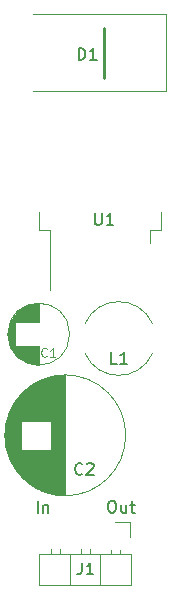
<source format=gbr>
%TF.GenerationSoftware,KiCad,Pcbnew,(5.1.9)-1*%
%TF.CreationDate,2021-02-17T20:09:15+00:00*%
%TF.ProjectId,TMBuck,544d4275-636b-42e6-9b69-6361645f7063,rev?*%
%TF.SameCoordinates,Original*%
%TF.FileFunction,Legend,Top*%
%TF.FilePolarity,Positive*%
%FSLAX46Y46*%
G04 Gerber Fmt 4.6, Leading zero omitted, Abs format (unit mm)*
G04 Created by KiCad (PCBNEW (5.1.9)-1) date 2021-02-17 20:09:15*
%MOMM*%
%LPD*%
G01*
G04 APERTURE LIST*
%ADD10C,0.250000*%
%ADD11C,0.150000*%
%ADD12C,0.120000*%
%ADD13C,0.100000*%
G04 APERTURE END LIST*
D10*
X119890000Y-65820000D02*
X119890000Y-61510000D01*
D11*
X120509762Y-101582380D02*
X120700238Y-101582380D01*
X120795476Y-101630000D01*
X120890715Y-101725238D01*
X120938334Y-101915714D01*
X120938334Y-102249047D01*
X120890715Y-102439523D01*
X120795476Y-102534761D01*
X120700238Y-102582380D01*
X120509762Y-102582380D01*
X120414524Y-102534761D01*
X120319286Y-102439523D01*
X120271667Y-102249047D01*
X120271667Y-101915714D01*
X120319286Y-101725238D01*
X120414524Y-101630000D01*
X120509762Y-101582380D01*
X121795476Y-101915714D02*
X121795476Y-102582380D01*
X121366905Y-101915714D02*
X121366905Y-102439523D01*
X121414524Y-102534761D01*
X121509762Y-102582380D01*
X121652619Y-102582380D01*
X121747857Y-102534761D01*
X121795476Y-102487142D01*
X122128810Y-101915714D02*
X122509762Y-101915714D01*
X122271667Y-101582380D02*
X122271667Y-102439523D01*
X122319286Y-102534761D01*
X122414524Y-102582380D01*
X122509762Y-102582380D01*
X114293094Y-102582380D02*
X114293094Y-101582380D01*
X114769284Y-101915714D02*
X114769284Y-102582380D01*
X114769284Y-102010952D02*
X114816903Y-101963333D01*
X114912141Y-101915714D01*
X115054998Y-101915714D01*
X115150236Y-101963333D01*
X115197855Y-102058571D01*
X115197855Y-102582380D01*
D12*
%TO.C,C1*%
X117010000Y-87470000D02*
G75*
G03*
X117010000Y-87470000I-2620000J0D01*
G01*
X114390000Y-86430000D02*
X114390000Y-84890000D01*
X114390000Y-90050000D02*
X114390000Y-88510000D01*
X114350000Y-86430000D02*
X114350000Y-84890000D01*
X114350000Y-90050000D02*
X114350000Y-88510000D01*
X114310000Y-90049000D02*
X114310000Y-88510000D01*
X114310000Y-86430000D02*
X114310000Y-84891000D01*
X114270000Y-90048000D02*
X114270000Y-88510000D01*
X114270000Y-86430000D02*
X114270000Y-84892000D01*
X114230000Y-90046000D02*
X114230000Y-88510000D01*
X114230000Y-86430000D02*
X114230000Y-84894000D01*
X114190000Y-90043000D02*
X114190000Y-88510000D01*
X114190000Y-86430000D02*
X114190000Y-84897000D01*
X114150000Y-90039000D02*
X114150000Y-88510000D01*
X114150000Y-86430000D02*
X114150000Y-84901000D01*
X114110000Y-90035000D02*
X114110000Y-88510000D01*
X114110000Y-86430000D02*
X114110000Y-84905000D01*
X114070000Y-90031000D02*
X114070000Y-88510000D01*
X114070000Y-86430000D02*
X114070000Y-84909000D01*
X114030000Y-90026000D02*
X114030000Y-88510000D01*
X114030000Y-86430000D02*
X114030000Y-84914000D01*
X113990000Y-90020000D02*
X113990000Y-88510000D01*
X113990000Y-86430000D02*
X113990000Y-84920000D01*
X113950000Y-90013000D02*
X113950000Y-88510000D01*
X113950000Y-86430000D02*
X113950000Y-84927000D01*
X113910000Y-90006000D02*
X113910000Y-88510000D01*
X113910000Y-86430000D02*
X113910000Y-84934000D01*
X113870000Y-89998000D02*
X113870000Y-88510000D01*
X113870000Y-86430000D02*
X113870000Y-84942000D01*
X113830000Y-89990000D02*
X113830000Y-88510000D01*
X113830000Y-86430000D02*
X113830000Y-84950000D01*
X113790000Y-89981000D02*
X113790000Y-88510000D01*
X113790000Y-86430000D02*
X113790000Y-84959000D01*
X113750000Y-89971000D02*
X113750000Y-88510000D01*
X113750000Y-86430000D02*
X113750000Y-84969000D01*
X113710000Y-89961000D02*
X113710000Y-88510000D01*
X113710000Y-86430000D02*
X113710000Y-84979000D01*
X113669000Y-89950000D02*
X113669000Y-88510000D01*
X113669000Y-86430000D02*
X113669000Y-84990000D01*
X113629000Y-89938000D02*
X113629000Y-88510000D01*
X113629000Y-86430000D02*
X113629000Y-85002000D01*
X113589000Y-89925000D02*
X113589000Y-88510000D01*
X113589000Y-86430000D02*
X113589000Y-85015000D01*
X113549000Y-89912000D02*
X113549000Y-88510000D01*
X113549000Y-86430000D02*
X113549000Y-85028000D01*
X113509000Y-89898000D02*
X113509000Y-88510000D01*
X113509000Y-86430000D02*
X113509000Y-85042000D01*
X113469000Y-89884000D02*
X113469000Y-88510000D01*
X113469000Y-86430000D02*
X113469000Y-85056000D01*
X113429000Y-89868000D02*
X113429000Y-88510000D01*
X113429000Y-86430000D02*
X113429000Y-85072000D01*
X113389000Y-89852000D02*
X113389000Y-88510000D01*
X113389000Y-86430000D02*
X113389000Y-85088000D01*
X113349000Y-89835000D02*
X113349000Y-88510000D01*
X113349000Y-86430000D02*
X113349000Y-85105000D01*
X113309000Y-89818000D02*
X113309000Y-88510000D01*
X113309000Y-86430000D02*
X113309000Y-85122000D01*
X113269000Y-89799000D02*
X113269000Y-88510000D01*
X113269000Y-86430000D02*
X113269000Y-85141000D01*
X113229000Y-89780000D02*
X113229000Y-88510000D01*
X113229000Y-86430000D02*
X113229000Y-85160000D01*
X113189000Y-89760000D02*
X113189000Y-88510000D01*
X113189000Y-86430000D02*
X113189000Y-85180000D01*
X113149000Y-89738000D02*
X113149000Y-88510000D01*
X113149000Y-86430000D02*
X113149000Y-85202000D01*
X113109000Y-89717000D02*
X113109000Y-88510000D01*
X113109000Y-86430000D02*
X113109000Y-85223000D01*
X113069000Y-89694000D02*
X113069000Y-88510000D01*
X113069000Y-86430000D02*
X113069000Y-85246000D01*
X113029000Y-89670000D02*
X113029000Y-88510000D01*
X113029000Y-86430000D02*
X113029000Y-85270000D01*
X112989000Y-89645000D02*
X112989000Y-88510000D01*
X112989000Y-86430000D02*
X112989000Y-85295000D01*
X112949000Y-89619000D02*
X112949000Y-88510000D01*
X112949000Y-86430000D02*
X112949000Y-85321000D01*
X112909000Y-89592000D02*
X112909000Y-88510000D01*
X112909000Y-86430000D02*
X112909000Y-85348000D01*
X112869000Y-89565000D02*
X112869000Y-88510000D01*
X112869000Y-86430000D02*
X112869000Y-85375000D01*
X112829000Y-89535000D02*
X112829000Y-88510000D01*
X112829000Y-86430000D02*
X112829000Y-85405000D01*
X112789000Y-89505000D02*
X112789000Y-88510000D01*
X112789000Y-86430000D02*
X112789000Y-85435000D01*
X112749000Y-89474000D02*
X112749000Y-88510000D01*
X112749000Y-86430000D02*
X112749000Y-85466000D01*
X112709000Y-89441000D02*
X112709000Y-88510000D01*
X112709000Y-86430000D02*
X112709000Y-85499000D01*
X112669000Y-89407000D02*
X112669000Y-88510000D01*
X112669000Y-86430000D02*
X112669000Y-85533000D01*
X112629000Y-89371000D02*
X112629000Y-88510000D01*
X112629000Y-86430000D02*
X112629000Y-85569000D01*
X112589000Y-89334000D02*
X112589000Y-88510000D01*
X112589000Y-86430000D02*
X112589000Y-85606000D01*
X112549000Y-89296000D02*
X112549000Y-88510000D01*
X112549000Y-86430000D02*
X112549000Y-85644000D01*
X112509000Y-89255000D02*
X112509000Y-88510000D01*
X112509000Y-86430000D02*
X112509000Y-85685000D01*
X112469000Y-89213000D02*
X112469000Y-88510000D01*
X112469000Y-86430000D02*
X112469000Y-85727000D01*
X112429000Y-89169000D02*
X112429000Y-88510000D01*
X112429000Y-86430000D02*
X112429000Y-85771000D01*
X112389000Y-89123000D02*
X112389000Y-88510000D01*
X112389000Y-86430000D02*
X112389000Y-85817000D01*
X112349000Y-89075000D02*
X112349000Y-85865000D01*
X112309000Y-89024000D02*
X112309000Y-85916000D01*
X112269000Y-88970000D02*
X112269000Y-85970000D01*
X112229000Y-88913000D02*
X112229000Y-86027000D01*
X112189000Y-88853000D02*
X112189000Y-86087000D01*
X112149000Y-88789000D02*
X112149000Y-86151000D01*
X112109000Y-88721000D02*
X112109000Y-86219000D01*
X112069000Y-88648000D02*
X112069000Y-86292000D01*
X112029000Y-88568000D02*
X112029000Y-86372000D01*
X111989000Y-88481000D02*
X111989000Y-86459000D01*
X111949000Y-88385000D02*
X111949000Y-86555000D01*
X111909000Y-88275000D02*
X111909000Y-86665000D01*
X111869000Y-88147000D02*
X111869000Y-86793000D01*
X111829000Y-87988000D02*
X111829000Y-86952000D01*
X111789000Y-87754000D02*
X111789000Y-87186000D01*
%TO.C,C2*%
X121760000Y-96040000D02*
G75*
G03*
X121760000Y-96040000I-5120000J0D01*
G01*
X116640000Y-101120000D02*
X116640000Y-90960000D01*
X116600000Y-101120000D02*
X116600000Y-90960000D01*
X116560000Y-101120000D02*
X116560000Y-90960000D01*
X116520000Y-101119000D02*
X116520000Y-90961000D01*
X116480000Y-101118000D02*
X116480000Y-90962000D01*
X116440000Y-101117000D02*
X116440000Y-90963000D01*
X116400000Y-101115000D02*
X116400000Y-90965000D01*
X116360000Y-101113000D02*
X116360000Y-90967000D01*
X116320000Y-101110000D02*
X116320000Y-90970000D01*
X116280000Y-101108000D02*
X116280000Y-90972000D01*
X116240000Y-101105000D02*
X116240000Y-90975000D01*
X116200000Y-101102000D02*
X116200000Y-90978000D01*
X116160000Y-101098000D02*
X116160000Y-90982000D01*
X116120000Y-101094000D02*
X116120000Y-90986000D01*
X116080000Y-101090000D02*
X116080000Y-90990000D01*
X116040000Y-101085000D02*
X116040000Y-90995000D01*
X116000000Y-101080000D02*
X116000000Y-91000000D01*
X115960000Y-101075000D02*
X115960000Y-91005000D01*
X115919000Y-101070000D02*
X115919000Y-91010000D01*
X115879000Y-101064000D02*
X115879000Y-91016000D01*
X115839000Y-101058000D02*
X115839000Y-91022000D01*
X115799000Y-101051000D02*
X115799000Y-91029000D01*
X115759000Y-101044000D02*
X115759000Y-91036000D01*
X115719000Y-101037000D02*
X115719000Y-91043000D01*
X115679000Y-101030000D02*
X115679000Y-91050000D01*
X115639000Y-101022000D02*
X115639000Y-91058000D01*
X115599000Y-101014000D02*
X115599000Y-91066000D01*
X115559000Y-101005000D02*
X115559000Y-91075000D01*
X115519000Y-100996000D02*
X115519000Y-91084000D01*
X115479000Y-100987000D02*
X115479000Y-91093000D01*
X115439000Y-100978000D02*
X115439000Y-91102000D01*
X115399000Y-100968000D02*
X115399000Y-91112000D01*
X115359000Y-100958000D02*
X115359000Y-97281000D01*
X115359000Y-94799000D02*
X115359000Y-91122000D01*
X115319000Y-100947000D02*
X115319000Y-97281000D01*
X115319000Y-94799000D02*
X115319000Y-91133000D01*
X115279000Y-100937000D02*
X115279000Y-97281000D01*
X115279000Y-94799000D02*
X115279000Y-91143000D01*
X115239000Y-100925000D02*
X115239000Y-97281000D01*
X115239000Y-94799000D02*
X115239000Y-91155000D01*
X115199000Y-100914000D02*
X115199000Y-97281000D01*
X115199000Y-94799000D02*
X115199000Y-91166000D01*
X115159000Y-100902000D02*
X115159000Y-97281000D01*
X115159000Y-94799000D02*
X115159000Y-91178000D01*
X115119000Y-100890000D02*
X115119000Y-97281000D01*
X115119000Y-94799000D02*
X115119000Y-91190000D01*
X115079000Y-100877000D02*
X115079000Y-97281000D01*
X115079000Y-94799000D02*
X115079000Y-91203000D01*
X115039000Y-100864000D02*
X115039000Y-97281000D01*
X115039000Y-94799000D02*
X115039000Y-91216000D01*
X114999000Y-100851000D02*
X114999000Y-97281000D01*
X114999000Y-94799000D02*
X114999000Y-91229000D01*
X114959000Y-100837000D02*
X114959000Y-97281000D01*
X114959000Y-94799000D02*
X114959000Y-91243000D01*
X114919000Y-100823000D02*
X114919000Y-97281000D01*
X114919000Y-94799000D02*
X114919000Y-91257000D01*
X114879000Y-100808000D02*
X114879000Y-97281000D01*
X114879000Y-94799000D02*
X114879000Y-91272000D01*
X114839000Y-100794000D02*
X114839000Y-97281000D01*
X114839000Y-94799000D02*
X114839000Y-91286000D01*
X114799000Y-100778000D02*
X114799000Y-97281000D01*
X114799000Y-94799000D02*
X114799000Y-91302000D01*
X114759000Y-100763000D02*
X114759000Y-97281000D01*
X114759000Y-94799000D02*
X114759000Y-91317000D01*
X114719000Y-100747000D02*
X114719000Y-97281000D01*
X114719000Y-94799000D02*
X114719000Y-91333000D01*
X114679000Y-100730000D02*
X114679000Y-97281000D01*
X114679000Y-94799000D02*
X114679000Y-91350000D01*
X114639000Y-100714000D02*
X114639000Y-97281000D01*
X114639000Y-94799000D02*
X114639000Y-91366000D01*
X114599000Y-100697000D02*
X114599000Y-97281000D01*
X114599000Y-94799000D02*
X114599000Y-91383000D01*
X114559000Y-100679000D02*
X114559000Y-97281000D01*
X114559000Y-94799000D02*
X114559000Y-91401000D01*
X114519000Y-100661000D02*
X114519000Y-97281000D01*
X114519000Y-94799000D02*
X114519000Y-91419000D01*
X114479000Y-100643000D02*
X114479000Y-97281000D01*
X114479000Y-94799000D02*
X114479000Y-91437000D01*
X114439000Y-100624000D02*
X114439000Y-97281000D01*
X114439000Y-94799000D02*
X114439000Y-91456000D01*
X114399000Y-100604000D02*
X114399000Y-97281000D01*
X114399000Y-94799000D02*
X114399000Y-91476000D01*
X114359000Y-100585000D02*
X114359000Y-97281000D01*
X114359000Y-94799000D02*
X114359000Y-91495000D01*
X114319000Y-100565000D02*
X114319000Y-97281000D01*
X114319000Y-94799000D02*
X114319000Y-91515000D01*
X114279000Y-100544000D02*
X114279000Y-97281000D01*
X114279000Y-94799000D02*
X114279000Y-91536000D01*
X114239000Y-100523000D02*
X114239000Y-97281000D01*
X114239000Y-94799000D02*
X114239000Y-91557000D01*
X114199000Y-100502000D02*
X114199000Y-97281000D01*
X114199000Y-94799000D02*
X114199000Y-91578000D01*
X114159000Y-100480000D02*
X114159000Y-97281000D01*
X114159000Y-94799000D02*
X114159000Y-91600000D01*
X114119000Y-100457000D02*
X114119000Y-97281000D01*
X114119000Y-94799000D02*
X114119000Y-91623000D01*
X114079000Y-100435000D02*
X114079000Y-97281000D01*
X114079000Y-94799000D02*
X114079000Y-91645000D01*
X114039000Y-100411000D02*
X114039000Y-97281000D01*
X114039000Y-94799000D02*
X114039000Y-91669000D01*
X113999000Y-100387000D02*
X113999000Y-97281000D01*
X113999000Y-94799000D02*
X113999000Y-91693000D01*
X113959000Y-100363000D02*
X113959000Y-97281000D01*
X113959000Y-94799000D02*
X113959000Y-91717000D01*
X113919000Y-100338000D02*
X113919000Y-97281000D01*
X113919000Y-94799000D02*
X113919000Y-91742000D01*
X113879000Y-100313000D02*
X113879000Y-97281000D01*
X113879000Y-94799000D02*
X113879000Y-91767000D01*
X113839000Y-100287000D02*
X113839000Y-97281000D01*
X113839000Y-94799000D02*
X113839000Y-91793000D01*
X113799000Y-100261000D02*
X113799000Y-97281000D01*
X113799000Y-94799000D02*
X113799000Y-91819000D01*
X113759000Y-100234000D02*
X113759000Y-97281000D01*
X113759000Y-94799000D02*
X113759000Y-91846000D01*
X113719000Y-100206000D02*
X113719000Y-97281000D01*
X113719000Y-94799000D02*
X113719000Y-91874000D01*
X113679000Y-100178000D02*
X113679000Y-97281000D01*
X113679000Y-94799000D02*
X113679000Y-91902000D01*
X113639000Y-100150000D02*
X113639000Y-97281000D01*
X113639000Y-94799000D02*
X113639000Y-91930000D01*
X113599000Y-100120000D02*
X113599000Y-97281000D01*
X113599000Y-94799000D02*
X113599000Y-91960000D01*
X113559000Y-100090000D02*
X113559000Y-97281000D01*
X113559000Y-94799000D02*
X113559000Y-91990000D01*
X113519000Y-100060000D02*
X113519000Y-97281000D01*
X113519000Y-94799000D02*
X113519000Y-92020000D01*
X113479000Y-100029000D02*
X113479000Y-97281000D01*
X113479000Y-94799000D02*
X113479000Y-92051000D01*
X113439000Y-99997000D02*
X113439000Y-97281000D01*
X113439000Y-94799000D02*
X113439000Y-92083000D01*
X113399000Y-99965000D02*
X113399000Y-97281000D01*
X113399000Y-94799000D02*
X113399000Y-92115000D01*
X113359000Y-99932000D02*
X113359000Y-97281000D01*
X113359000Y-94799000D02*
X113359000Y-92148000D01*
X113319000Y-99898000D02*
X113319000Y-97281000D01*
X113319000Y-94799000D02*
X113319000Y-92182000D01*
X113279000Y-99864000D02*
X113279000Y-97281000D01*
X113279000Y-94799000D02*
X113279000Y-92216000D01*
X113239000Y-99829000D02*
X113239000Y-97281000D01*
X113239000Y-94799000D02*
X113239000Y-92251000D01*
X113199000Y-99793000D02*
X113199000Y-97281000D01*
X113199000Y-94799000D02*
X113199000Y-92287000D01*
X113159000Y-99756000D02*
X113159000Y-97281000D01*
X113159000Y-94799000D02*
X113159000Y-92324000D01*
X113119000Y-99719000D02*
X113119000Y-97281000D01*
X113119000Y-94799000D02*
X113119000Y-92361000D01*
X113079000Y-99680000D02*
X113079000Y-97281000D01*
X113079000Y-94799000D02*
X113079000Y-92400000D01*
X113039000Y-99641000D02*
X113039000Y-97281000D01*
X113039000Y-94799000D02*
X113039000Y-92439000D01*
X112999000Y-99601000D02*
X112999000Y-97281000D01*
X112999000Y-94799000D02*
X112999000Y-92479000D01*
X112959000Y-99560000D02*
X112959000Y-97281000D01*
X112959000Y-94799000D02*
X112959000Y-92520000D01*
X112919000Y-99518000D02*
X112919000Y-97281000D01*
X112919000Y-94799000D02*
X112919000Y-92562000D01*
X112879000Y-99476000D02*
X112879000Y-92604000D01*
X112839000Y-99432000D02*
X112839000Y-92648000D01*
X112799000Y-99387000D02*
X112799000Y-92693000D01*
X112759000Y-99341000D02*
X112759000Y-92739000D01*
X112719000Y-99294000D02*
X112719000Y-92786000D01*
X112679000Y-99246000D02*
X112679000Y-92834000D01*
X112639000Y-99196000D02*
X112639000Y-92884000D01*
X112599000Y-99146000D02*
X112599000Y-92934000D01*
X112559000Y-99094000D02*
X112559000Y-92986000D01*
X112519000Y-99040000D02*
X112519000Y-93040000D01*
X112479000Y-98985000D02*
X112479000Y-93095000D01*
X112439000Y-98929000D02*
X112439000Y-93151000D01*
X112399000Y-98870000D02*
X112399000Y-93210000D01*
X112359000Y-98810000D02*
X112359000Y-93270000D01*
X112319000Y-98749000D02*
X112319000Y-93331000D01*
X112279000Y-98685000D02*
X112279000Y-93395000D01*
X112239000Y-98619000D02*
X112239000Y-93461000D01*
X112199000Y-98550000D02*
X112199000Y-93530000D01*
X112159000Y-98479000D02*
X112159000Y-93601000D01*
X112119000Y-98405000D02*
X112119000Y-93675000D01*
X112079000Y-98329000D02*
X112079000Y-93751000D01*
X112039000Y-98249000D02*
X112039000Y-93831000D01*
X111999000Y-98165000D02*
X111999000Y-93915000D01*
X111959000Y-98077000D02*
X111959000Y-94003000D01*
X111919000Y-97984000D02*
X111919000Y-94096000D01*
X111879000Y-97886000D02*
X111879000Y-94194000D01*
X111839000Y-97782000D02*
X111839000Y-94298000D01*
X111799000Y-97670000D02*
X111799000Y-94410000D01*
X111759000Y-97550000D02*
X111759000Y-94530000D01*
X111719000Y-97418000D02*
X111719000Y-94662000D01*
X111679000Y-97270000D02*
X111679000Y-94810000D01*
X111639000Y-97102000D02*
X111639000Y-94978000D01*
X111599000Y-96902000D02*
X111599000Y-95178000D01*
X111559000Y-96639000D02*
X111559000Y-95441000D01*
%TO.C,J1*%
X122185000Y-106050000D02*
X114445000Y-106050000D01*
X114445000Y-106050000D02*
X114445000Y-108710000D01*
X114445000Y-108710000D02*
X122185000Y-108710000D01*
X122185000Y-108710000D02*
X122185000Y-106050000D01*
X121235000Y-105720000D02*
X121235000Y-106050000D01*
X120475000Y-105720000D02*
X120475000Y-106050000D01*
X119585000Y-106050000D02*
X119585000Y-108710000D01*
X118695000Y-105652929D02*
X118695000Y-106050000D01*
X117935000Y-105652929D02*
X117935000Y-106050000D01*
X117045000Y-106050000D02*
X117045000Y-108710000D01*
X116155000Y-105652929D02*
X116155000Y-106050000D01*
X115395000Y-105652929D02*
X115395000Y-106050000D01*
X120855000Y-103340000D02*
X122125000Y-103340000D01*
X122125000Y-103340000D02*
X122125000Y-104610000D01*
%TO.C,U1*%
X114380000Y-77120000D02*
X114380000Y-78620000D01*
X114380000Y-78620000D02*
X115330000Y-78620000D01*
X115330000Y-78620000D02*
X115330000Y-83745000D01*
X124780000Y-77120000D02*
X124780000Y-78620000D01*
X124780000Y-78620000D02*
X123830000Y-78620000D01*
X123830000Y-78620000D02*
X123830000Y-79720000D01*
%TO.C,L1*%
X118315740Y-86580000D02*
G75*
G02*
X124024260Y-86580000I2854260J-1260000D01*
G01*
X118315740Y-89100000D02*
G75*
G03*
X124024260Y-89100000I2854260J1260000D01*
G01*
%TO.C,D1*%
X125130000Y-60400000D02*
X125130000Y-66900000D01*
X125130000Y-60400000D02*
X113930000Y-60400000D01*
X125130000Y-66900000D02*
X113930000Y-66900000D01*
%TO.C,C1*%
D13*
X115065000Y-89327857D02*
X115029285Y-89363571D01*
X114922142Y-89399285D01*
X114850714Y-89399285D01*
X114743571Y-89363571D01*
X114672142Y-89292142D01*
X114636428Y-89220714D01*
X114600714Y-89077857D01*
X114600714Y-88970714D01*
X114636428Y-88827857D01*
X114672142Y-88756428D01*
X114743571Y-88685000D01*
X114850714Y-88649285D01*
X114922142Y-88649285D01*
X115029285Y-88685000D01*
X115065000Y-88720714D01*
X115779285Y-89399285D02*
X115350714Y-89399285D01*
X115565000Y-89399285D02*
X115565000Y-88649285D01*
X115493571Y-88756428D01*
X115422142Y-88827857D01*
X115350714Y-88863571D01*
%TO.C,C2*%
D11*
X118083333Y-99297142D02*
X118035714Y-99344761D01*
X117892857Y-99392380D01*
X117797619Y-99392380D01*
X117654761Y-99344761D01*
X117559523Y-99249523D01*
X117511904Y-99154285D01*
X117464285Y-98963809D01*
X117464285Y-98820952D01*
X117511904Y-98630476D01*
X117559523Y-98535238D01*
X117654761Y-98440000D01*
X117797619Y-98392380D01*
X117892857Y-98392380D01*
X118035714Y-98440000D01*
X118083333Y-98487619D01*
X118464285Y-98487619D02*
X118511904Y-98440000D01*
X118607142Y-98392380D01*
X118845238Y-98392380D01*
X118940476Y-98440000D01*
X118988095Y-98487619D01*
X119035714Y-98582857D01*
X119035714Y-98678095D01*
X118988095Y-98820952D01*
X118416666Y-99392380D01*
X119035714Y-99392380D01*
%TO.C,J1*%
X118016666Y-106822380D02*
X118016666Y-107536666D01*
X117969047Y-107679523D01*
X117873809Y-107774761D01*
X117730952Y-107822380D01*
X117635714Y-107822380D01*
X119016666Y-107822380D02*
X118445238Y-107822380D01*
X118730952Y-107822380D02*
X118730952Y-106822380D01*
X118635714Y-106965238D01*
X118540476Y-107060476D01*
X118445238Y-107108095D01*
%TO.C,U1*%
X119148095Y-77222380D02*
X119148095Y-78031904D01*
X119195714Y-78127142D01*
X119243333Y-78174761D01*
X119338571Y-78222380D01*
X119529047Y-78222380D01*
X119624285Y-78174761D01*
X119671904Y-78127142D01*
X119719523Y-78031904D01*
X119719523Y-77222380D01*
X120719523Y-78222380D02*
X120148095Y-78222380D01*
X120433809Y-78222380D02*
X120433809Y-77222380D01*
X120338571Y-77365238D01*
X120243333Y-77460476D01*
X120148095Y-77508095D01*
%TO.C,L1*%
X121013333Y-89982380D02*
X120537142Y-89982380D01*
X120537142Y-88982380D01*
X121870476Y-89982380D02*
X121299047Y-89982380D01*
X121584761Y-89982380D02*
X121584761Y-88982380D01*
X121489523Y-89125238D01*
X121394285Y-89220476D01*
X121299047Y-89268095D01*
%TO.C,D1*%
X117771904Y-64242380D02*
X117771904Y-63242380D01*
X118010000Y-63242380D01*
X118152857Y-63290000D01*
X118248095Y-63385238D01*
X118295714Y-63480476D01*
X118343333Y-63670952D01*
X118343333Y-63813809D01*
X118295714Y-64004285D01*
X118248095Y-64099523D01*
X118152857Y-64194761D01*
X118010000Y-64242380D01*
X117771904Y-64242380D01*
X119295714Y-64242380D02*
X118724285Y-64242380D01*
X119010000Y-64242380D02*
X119010000Y-63242380D01*
X118914761Y-63385238D01*
X118819523Y-63480476D01*
X118724285Y-63528095D01*
%TD*%
M02*

</source>
